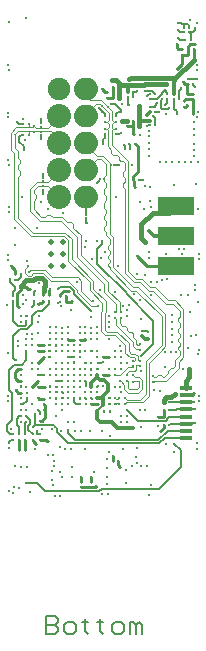
<source format=gbl>
%FSLAX25Y25*%
%MOIN*%
G70*
G01*
G75*
G04 Layer_Physical_Order=6*
G04 Layer_Color=16711680*
%ADD10R,0.05906X0.05118*%
G04:AMPARAMS|DCode=11|XSize=25.59mil|YSize=23.62mil|CornerRadius=5.91mil|HoleSize=0mil|Usage=FLASHONLY|Rotation=180.000|XOffset=0mil|YOffset=0mil|HoleType=Round|Shape=RoundedRectangle|*
%AMROUNDEDRECTD11*
21,1,0.02559,0.01181,0,0,180.0*
21,1,0.01378,0.02362,0,0,180.0*
1,1,0.01181,-0.00689,0.00591*
1,1,0.01181,0.00689,0.00591*
1,1,0.01181,0.00689,-0.00591*
1,1,0.01181,-0.00689,-0.00591*
%
%ADD11ROUNDEDRECTD11*%
G04:AMPARAMS|DCode=12|XSize=25.59mil|YSize=23.62mil|CornerRadius=5.91mil|HoleSize=0mil|Usage=FLASHONLY|Rotation=270.000|XOffset=0mil|YOffset=0mil|HoleType=Round|Shape=RoundedRectangle|*
%AMROUNDEDRECTD12*
21,1,0.02559,0.01181,0,0,270.0*
21,1,0.01378,0.02362,0,0,270.0*
1,1,0.01181,-0.00591,-0.00689*
1,1,0.01181,-0.00591,0.00689*
1,1,0.01181,0.00591,0.00689*
1,1,0.01181,0.00591,-0.00689*
%
%ADD12ROUNDEDRECTD12*%
%ADD13R,0.00866X0.01024*%
%ADD14R,0.01024X0.00866*%
%ADD15R,0.05118X0.05906*%
G04:AMPARAMS|DCode=16|XSize=15.75mil|YSize=17.72mil|CornerRadius=3.94mil|HoleSize=0mil|Usage=FLASHONLY|Rotation=180.000|XOffset=0mil|YOffset=0mil|HoleType=Round|Shape=RoundedRectangle|*
%AMROUNDEDRECTD16*
21,1,0.01575,0.00984,0,0,180.0*
21,1,0.00787,0.01772,0,0,180.0*
1,1,0.00787,-0.00394,0.00492*
1,1,0.00787,0.00394,0.00492*
1,1,0.00787,0.00394,-0.00492*
1,1,0.00787,-0.00394,-0.00492*
%
%ADD16ROUNDEDRECTD16*%
%ADD17C,0.00984*%
%ADD18R,0.02756X0.01575*%
%ADD19R,0.02362X0.01969*%
%ADD20R,0.01654X0.01811*%
%ADD21R,0.03937X0.04331*%
%ADD22R,0.01575X0.02756*%
G04:AMPARAMS|DCode=23|XSize=15.75mil|YSize=17.72mil|CornerRadius=3.94mil|HoleSize=0mil|Usage=FLASHONLY|Rotation=270.000|XOffset=0mil|YOffset=0mil|HoleType=Round|Shape=RoundedRectangle|*
%AMROUNDEDRECTD23*
21,1,0.01575,0.00984,0,0,270.0*
21,1,0.00787,0.01772,0,0,270.0*
1,1,0.00787,-0.00492,-0.00394*
1,1,0.00787,-0.00492,0.00394*
1,1,0.00787,0.00492,0.00394*
1,1,0.00787,0.00492,-0.00394*
%
%ADD23ROUNDEDRECTD23*%
%ADD24R,0.01811X0.01654*%
%ADD25O,0.03347X0.01102*%
%ADD26O,0.01102X0.03347*%
%ADD27R,0.01181X0.01181*%
%ADD28R,0.06496X0.17323*%
%ADD29R,0.02559X0.00984*%
%ADD30R,0.01772X0.01772*%
%ADD31C,0.01082*%
%ADD32R,0.02658X0.00984*%
%ADD33R,0.02402X0.05591*%
%ADD34R,0.09843X0.06299*%
%ADD35R,0.00984X0.01969*%
G04:AMPARAMS|DCode=36|XSize=70.87mil|YSize=51.18mil|CornerRadius=12.8mil|HoleSize=0mil|Usage=FLASHONLY|Rotation=0.000|XOffset=0mil|YOffset=0mil|HoleType=Round|Shape=RoundedRectangle|*
%AMROUNDEDRECTD36*
21,1,0.07087,0.02559,0,0,0.0*
21,1,0.04528,0.05118,0,0,0.0*
1,1,0.02559,0.02264,-0.01280*
1,1,0.02559,-0.02264,-0.01280*
1,1,0.02559,-0.02264,0.01280*
1,1,0.02559,0.02264,0.01280*
%
%ADD36ROUNDEDRECTD36*%
%ADD37C,0.01181*%
%ADD38R,0.01181X0.03937*%
%ADD39R,0.09449X0.01181*%
%ADD40R,0.05512X0.06693*%
%ADD41R,0.01000X0.11811*%
%ADD42R,0.03937X0.01000*%
%ADD43R,0.11811X0.01000*%
%ADD44R,0.01969X0.03937*%
%ADD45R,0.03937X0.01969*%
%ADD46R,0.02362X0.02756*%
%ADD47R,0.01969X0.04724*%
%ADD48C,0.00800*%
%ADD49C,0.00500*%
%ADD50C,0.01000*%
%ADD51C,0.00400*%
%ADD52C,0.01200*%
%ADD53C,0.01500*%
%ADD54C,0.00900*%
%ADD55C,0.00600*%
%ADD56C,0.02000*%
%ADD57C,0.00700*%
%ADD58O,0.08000X0.07500*%
%ADD59C,0.07480*%
%ADD60C,0.08000*%
%ADD61C,0.01200*%
%ADD62C,0.01969*%
%ADD63C,0.08200*%
%ADD64C,0.02200*%
%ADD65C,0.02600*%
%ADD66C,0.01024*%
%ADD67C,0.00807*%
%ADD68R,0.12000X0.06000*%
%ADD69R,0.03937X0.01575*%
%ADD70R,0.00886X0.00709*%
G04:AMPARAMS|DCode=71|XSize=8.86mil|YSize=7.09mil|CornerRadius=0mil|HoleSize=0mil|Usage=FLASHONLY|Rotation=135.000|XOffset=0mil|YOffset=0mil|HoleType=Round|Shape=Rectangle|*
%AMROTATEDRECTD71*
4,1,4,0.00564,-0.00063,0.00063,-0.00564,-0.00564,0.00063,-0.00063,0.00564,0.00564,-0.00063,0.0*
%
%ADD71ROTATEDRECTD71*%

%ADD72R,0.00709X0.00886*%
D13*
X2854Y65827D02*
D03*
Y67638D02*
D03*
X15000Y65895D02*
D03*
Y67706D02*
D03*
X9900D02*
D03*
Y65895D02*
D03*
X37100Y127406D02*
D03*
Y125594D02*
D03*
X33500D02*
D03*
Y127406D02*
D03*
X5400Y39206D02*
D03*
Y37394D02*
D03*
X5000Y21406D02*
D03*
Y19594D02*
D03*
X7000D02*
D03*
Y21406D02*
D03*
X12000D02*
D03*
Y19594D02*
D03*
X7600Y35306D02*
D03*
Y33494D02*
D03*
X5400D02*
D03*
Y35306D02*
D03*
X3000Y21406D02*
D03*
Y19594D02*
D03*
X9500Y21406D02*
D03*
Y19594D02*
D03*
X37100Y121395D02*
D03*
Y123205D02*
D03*
X33500Y123205D02*
D03*
Y121395D02*
D03*
X13000Y65895D02*
D03*
Y67706D02*
D03*
X25197Y47165D02*
D03*
Y48976D02*
D03*
X21100Y49005D02*
D03*
Y47194D02*
D03*
X17217Y49147D02*
D03*
Y50958D02*
D03*
X25117Y51147D02*
D03*
Y52957D02*
D03*
X23117D02*
D03*
Y51147D02*
D03*
X21167D02*
D03*
Y52957D02*
D03*
X23117Y47157D02*
D03*
Y45347D02*
D03*
X31117Y45057D02*
D03*
Y43246D02*
D03*
X42900Y45805D02*
D03*
Y43995D02*
D03*
X45200D02*
D03*
Y45805D02*
D03*
X17368Y39271D02*
D03*
Y41082D02*
D03*
X28800Y3695D02*
D03*
Y5505D02*
D03*
X25700D02*
D03*
Y3695D02*
D03*
X17400Y37205D02*
D03*
Y35394D02*
D03*
X23117Y41058D02*
D03*
Y39246D02*
D03*
X29232Y33274D02*
D03*
Y31463D02*
D03*
X27255Y31437D02*
D03*
Y33248D02*
D03*
X13100Y31394D02*
D03*
Y33206D02*
D03*
X23300Y35405D02*
D03*
Y33595D02*
D03*
X28969Y41071D02*
D03*
Y42882D02*
D03*
X25300Y33305D02*
D03*
Y31495D02*
D03*
X19400Y33395D02*
D03*
Y35206D02*
D03*
X21358Y33374D02*
D03*
Y31563D02*
D03*
X17200Y31394D02*
D03*
Y33206D02*
D03*
X35200Y31594D02*
D03*
Y33406D02*
D03*
X31200Y33305D02*
D03*
Y31495D02*
D03*
X38800Y60194D02*
D03*
Y62006D02*
D03*
X36900D02*
D03*
Y60194D02*
D03*
X47800Y55405D02*
D03*
Y53594D02*
D03*
D14*
X60295Y152900D02*
D03*
X62106D02*
D03*
X8200Y124900D02*
D03*
X6389D02*
D03*
X6289Y121100D02*
D03*
X8100D02*
D03*
X18695Y65600D02*
D03*
X20505D02*
D03*
X5406Y74700D02*
D03*
X3594D02*
D03*
X53095Y32000D02*
D03*
X54905D02*
D03*
X53095Y24500D02*
D03*
X54905D02*
D03*
Y27000D02*
D03*
X53095D02*
D03*
Y29500D02*
D03*
X54905D02*
D03*
X5685Y60835D02*
D03*
X7496D02*
D03*
X42006Y116500D02*
D03*
X40194D02*
D03*
X44805Y106100D02*
D03*
X42994D02*
D03*
X36094Y12500D02*
D03*
X37905D02*
D03*
X9181Y37303D02*
D03*
X7370D02*
D03*
X10194Y25900D02*
D03*
X12005D02*
D03*
X18695Y67600D02*
D03*
X20505D02*
D03*
X13194Y51100D02*
D03*
X15006D02*
D03*
X13212Y47052D02*
D03*
X15023D02*
D03*
X36805Y43200D02*
D03*
X34995D02*
D03*
X29212Y49252D02*
D03*
X31023D02*
D03*
X13212Y49052D02*
D03*
X15023D02*
D03*
X31012Y47152D02*
D03*
X32823D02*
D03*
X26923Y43152D02*
D03*
X25112D02*
D03*
X21174Y43176D02*
D03*
X19363D02*
D03*
X29016Y45079D02*
D03*
X27205D02*
D03*
X15312Y43252D02*
D03*
X17123D02*
D03*
X40205Y33500D02*
D03*
X38394D02*
D03*
Y31500D02*
D03*
X40205D02*
D03*
X12005Y28000D02*
D03*
X10194D02*
D03*
X15223Y37252D02*
D03*
X13412D02*
D03*
X30830Y35335D02*
D03*
X29019D02*
D03*
X32923Y37352D02*
D03*
X31112D02*
D03*
X35116Y28930D02*
D03*
X33305D02*
D03*
X27112Y37352D02*
D03*
X28923D02*
D03*
X31012Y41152D02*
D03*
X32823D02*
D03*
X15205Y41200D02*
D03*
X13395D02*
D03*
X3594Y70500D02*
D03*
X5406D02*
D03*
D48*
X40742Y68058D02*
X49487Y59313D01*
X1900Y72194D02*
Y73100D01*
Y72194D02*
X3594Y70500D01*
X3500Y70406D02*
X3594Y70500D01*
X3500Y69500D02*
Y70406D01*
X2854Y68854D02*
X3500Y69500D01*
X2854Y67638D02*
Y68854D01*
X9900Y68700D02*
X10300Y69100D01*
X9900Y68300D02*
Y68700D01*
Y67706D02*
Y68300D01*
X31000Y29000D02*
X33000Y31000D01*
X50187Y124413D02*
Y125987D01*
X49600Y127400D02*
X49602Y127402D01*
X50187Y125987D02*
Y126813D01*
X50800Y131700D02*
X50900D01*
X50187Y130487D02*
Y130987D01*
X48613Y130487D02*
X50187D01*
X41700Y118000D02*
X42006Y117694D01*
Y116500D02*
Y117694D01*
X39800Y117900D02*
X40000D01*
X40194Y117706D01*
Y116500D02*
Y117706D01*
X33000Y119800D02*
X33500Y120300D01*
X33000Y118200D02*
Y119800D01*
X42787Y133813D02*
Y135387D01*
X43787D02*
X44200Y135800D01*
X42787Y135387D02*
X43787D01*
X58287Y135887D02*
X58800Y136400D01*
Y136900D01*
X52444Y134787D02*
X52713D01*
X50869Y133213D02*
X52444Y134787D01*
X50287Y133213D02*
X50869D01*
X52713Y135313D02*
X53500Y136100D01*
X52713Y134787D02*
Y135313D01*
X53500Y136100D02*
X54287Y135313D01*
Y134787D02*
Y135313D01*
X58600Y152900D02*
X60295D01*
X58000Y153500D02*
X58600Y152900D01*
X58000Y156000D02*
X58587Y155413D01*
X60013D01*
X58000Y158500D02*
X59000D01*
X59200Y158300D01*
X60200D01*
X33500Y120300D02*
Y121395D01*
X48713Y133213D02*
X50287D01*
X4295Y125600D02*
X4995Y124900D01*
X6389D01*
X6494Y116300D02*
Y117400D01*
X5694Y121100D02*
X6289D01*
X4995Y118900D02*
X6494Y117400D01*
X4995Y118900D02*
Y120400D01*
X5694Y121100D01*
X11347Y41200D02*
X13395D01*
X11307Y41240D02*
X11347Y41200D01*
X21100Y47194D02*
X21150Y47144D01*
X23117D01*
X17368Y39271D02*
X19186D01*
X19187Y39272D01*
X27112Y37352D02*
Y39231D01*
X27063Y39279D02*
X27112Y39231D01*
X23300Y32000D02*
Y33595D01*
X23806Y31495D02*
X25300D01*
X23300Y32000D02*
X23806Y31495D01*
X61587Y156987D02*
Y157713D01*
X60013Y156987D02*
Y158113D01*
X60200Y158300D01*
X61000D02*
X61587Y157713D01*
X60200Y158300D02*
X61000D01*
X61213Y139787D02*
X62787D01*
X64087D01*
X64100Y139800D01*
X58287Y133213D02*
Y134787D01*
Y135887D01*
X33500Y127406D02*
Y128100D01*
X32900Y128700D02*
X33500Y128100D01*
X32700Y128700D02*
X32900D01*
X32700D02*
X32800Y128800D01*
X32600Y84800D02*
Y85900D01*
X30800Y83000D02*
X32600Y84800D01*
X30800Y78300D02*
Y83000D01*
Y78300D02*
X40742Y68358D01*
X5406Y73808D02*
Y74700D01*
X4400Y72802D02*
X5406Y73808D01*
X49600Y127400D02*
X50187Y126813D01*
Y130987D02*
X50900Y131700D01*
X3642Y72802D02*
X4400D01*
X37100Y127406D02*
Y128100D01*
X37900Y128900D01*
X31117Y45057D02*
X32258D01*
X32800Y45600D01*
X45700Y47600D02*
X49487Y51387D01*
Y59313D01*
X37900Y128900D02*
X38800D01*
X13780Y-39277D02*
Y-45276D01*
X16779D01*
X17778Y-44276D01*
Y-43276D01*
X16779Y-42277D01*
X13780D01*
X16779D01*
X17778Y-41277D01*
Y-40277D01*
X16779Y-39277D01*
X13780D01*
X20777Y-45276D02*
X22777D01*
X23776Y-44276D01*
Y-42277D01*
X22777Y-41277D01*
X20777D01*
X19778Y-42277D01*
Y-44276D01*
X20777Y-45276D01*
X26775Y-40277D02*
Y-41277D01*
X25776D01*
X27775D01*
X26775D01*
Y-44276D01*
X27775Y-45276D01*
X31774Y-40277D02*
Y-41277D01*
X30774D01*
X32773D01*
X31774D01*
Y-44276D01*
X32773Y-45276D01*
X36772D02*
X38771D01*
X39771Y-44276D01*
Y-42277D01*
X38771Y-41277D01*
X36772D01*
X35772Y-42277D01*
Y-44276D01*
X36772Y-45276D01*
X41770D02*
Y-41277D01*
X42770D01*
X43770Y-42277D01*
Y-45276D01*
Y-42277D01*
X44769Y-41277D01*
X45769Y-42277D01*
Y-45276D01*
D49*
X62913Y155413D02*
X63600Y156100D01*
Y156800D01*
X53500Y131100D02*
X54287Y131887D01*
X54504Y129700D02*
X54921Y130116D01*
X54287Y131887D02*
Y133213D01*
X56713Y129987D02*
Y133213D01*
X24591Y19400D02*
X31000D01*
X23500D02*
X24591D01*
X21100Y21800D02*
Y22800D01*
Y21800D02*
X23500Y19400D01*
X17009Y23900D02*
X17400Y23509D01*
Y22191D02*
Y23509D01*
Y22191D02*
X21191Y18400D01*
X2854Y59046D02*
Y65827D01*
Y59046D02*
X4450Y57450D01*
X2900Y48900D02*
Y54100D01*
X3000Y54200D02*
X5200Y56400D01*
X2900Y54100D02*
X3000Y54200D01*
X1500Y42900D02*
X3159Y44559D01*
X5859D01*
X7370Y46070D01*
X1500Y36100D02*
Y42900D01*
Y36100D02*
X2600Y35000D01*
X840Y24541D02*
X2600Y26300D01*
X840Y22458D02*
X1893Y21406D01*
X840Y22458D02*
Y24541D01*
X1893Y21406D02*
X3000D01*
X1893D02*
X2300D01*
X2600Y26300D02*
Y35000D01*
X31000Y19400D02*
X51286D01*
X31000D02*
X34400D01*
X9850Y65845D02*
X9900Y65895D01*
X1600Y18500D02*
Y18712D01*
X45800Y55900D02*
X47778D01*
X17900Y69800D02*
X18650Y70550D01*
X21959D01*
X23250Y69259D01*
Y69050D02*
Y69259D01*
Y68241D02*
X28895Y62595D01*
X12600Y62500D02*
X15000Y64900D01*
X7300Y57900D02*
Y59000D01*
X6850Y57450D02*
X7300Y57900D01*
X4450Y57450D02*
X6850D01*
X5200Y56400D02*
X7500D01*
X9300Y58200D01*
Y60900D01*
X10900Y62500D01*
X2900Y46900D02*
X3700Y46100D01*
X2900Y46900D02*
Y48900D01*
X3700Y46100D02*
X3900D01*
X2900Y47900D02*
Y48900D01*
X15000Y64900D02*
Y65895D01*
X62613Y25000D02*
X63400D01*
X62557Y24943D02*
X62613Y25000D01*
X60400Y29681D02*
X63481D01*
X63500Y29700D01*
X39150Y3050D02*
X51450D01*
X10900Y5100D02*
X13656Y2345D01*
X7300Y5100D02*
X10900D01*
X60400Y32043D02*
X63143D01*
X63200Y32100D01*
X7600Y32600D02*
Y33494D01*
X6398Y31398D02*
X7600Y32600D01*
X5402Y31398D02*
X6398D01*
X54905Y24500D02*
X55362Y24957D01*
X53850Y25750D02*
X54356Y26256D01*
X44530Y25750D02*
X53850D01*
X54356Y26451D02*
X54905Y27000D01*
X54356Y26256D02*
Y26451D01*
X56581Y27000D02*
X56900Y27319D01*
X54905Y27000D02*
X56581D01*
X16559Y24350D02*
X17009Y23900D01*
X10239Y24450D02*
X12500D01*
X13750D01*
X12500D02*
X16459D01*
X17009Y23900D01*
X54949Y32043D02*
X59374D01*
X55362Y24957D02*
X62557D01*
Y24943D02*
Y24957D01*
X53532Y20232D02*
X59374D01*
X46200Y106100D02*
X46200Y106100D01*
X44805Y106100D02*
X46200D01*
X52600Y129700D02*
X54504D01*
X52150Y130150D02*
X52600Y129700D01*
X56713Y129987D02*
X57500Y129200D01*
X50187Y128913D02*
X51287D01*
X41213Y131287D02*
X41500Y131000D01*
X41213Y131287D02*
Y133813D01*
X48087Y134787D02*
X48713D01*
X62787Y137913D02*
Y138213D01*
X52150Y130150D02*
Y132650D01*
X52713Y133213D01*
X61587Y155413D02*
X62913D01*
X2395Y19594D02*
X3000D01*
X9450Y21455D02*
X9500Y21406D01*
X7370Y27461D02*
X8720Y26111D01*
X10194Y25900D02*
Y28000D01*
X8545Y24740D02*
X8720Y24916D01*
Y26111D01*
X61587Y155413D02*
X62106Y154894D01*
Y152900D02*
Y154894D01*
X50287Y134787D02*
Y134844D01*
X49190Y135941D02*
X50287Y134844D01*
X4961Y27461D02*
X5402D01*
X47778Y55900D02*
X47800Y55878D01*
X40843Y29437D02*
X44530Y25750D01*
X62787Y137913D02*
X63700Y137000D01*
X47400Y134100D02*
X48087Y134787D01*
X51287Y128913D02*
X51500Y128700D01*
X57500Y128000D02*
Y129200D01*
X37100Y121395D02*
X38295D01*
X38600Y121700D02*
X38900D01*
X38295Y121395D02*
X38600Y121700D01*
X51450Y3050D02*
X58900Y10500D01*
Y16000D01*
X56700Y18200D02*
X58900Y16000D01*
X55994Y22594D02*
X57500D01*
X54480D02*
X57500D01*
X21191Y18400D02*
X51700D01*
X53532Y20232D01*
X51286Y19400D02*
X54480Y22594D01*
X8000Y24196D02*
X8720Y24916D01*
X7370Y46070D02*
Y49114D01*
X3000Y21406D02*
Y21411D01*
X5000Y21406D02*
Y23700D01*
X8000Y22906D02*
Y24196D01*
Y22906D02*
X9500Y21406D01*
X11095D02*
X12000D01*
X10900Y21600D02*
X11095Y21406D01*
X10900Y21600D02*
Y22600D01*
X9500Y23700D02*
X10194Y24395D01*
Y25900D01*
X4100Y26600D02*
X4961Y27461D01*
X7000Y21406D02*
Y25122D01*
X7370Y25492D01*
X4100Y24600D02*
X5000Y23700D01*
X4100Y24600D02*
Y26600D01*
X47141Y135941D02*
X48400D01*
X49190D01*
X47000Y135800D02*
X47141Y135941D01*
X49190D01*
X49766Y135366D01*
X47913Y124413D02*
X48613D01*
X47500Y124000D02*
X47913Y124413D01*
X9850Y64750D02*
Y65100D01*
Y65845D01*
Y64550D02*
Y65100D01*
X9200Y63900D02*
X9850Y64550D01*
X1600Y18800D02*
X2395Y19594D01*
X1600Y18500D02*
Y18800D01*
X54905Y29500D02*
X57119D01*
X57300Y29681D01*
X60400D01*
X57600Y32043D02*
X60400D01*
X56900Y27319D02*
X57900D01*
X59374D01*
X57900D02*
X60400D01*
X58000Y20232D02*
X60400D01*
X57500Y22594D02*
X57800D01*
X59374D01*
X57800D02*
X60400D01*
X10900Y62500D02*
X11700D01*
X12600D01*
X18096Y65600D02*
X18695D01*
X17800Y65304D02*
X18096Y65600D01*
X23250Y68241D02*
Y69259D01*
X32400Y3200D02*
X39000D01*
X13656Y2345D02*
X31545D01*
X32400Y3200D01*
X12100Y125039D02*
Y126400D01*
X12100Y119761D02*
Y121121D01*
X27386Y94614D02*
Y100370D01*
X35681Y131381D02*
X36819D01*
X38800Y129400D01*
Y128900D02*
Y129400D01*
X31719Y130019D02*
X32900Y128837D01*
Y128700D02*
Y128837D01*
X12800Y106879D02*
Y108239D01*
Y101561D02*
Y102921D01*
X27386Y91700D02*
Y93535D01*
X30838Y105138D02*
X31800Y106100D01*
X36839Y111000D02*
X38335D01*
D50*
X57600Y143300D02*
X59131Y144832D01*
Y147716D01*
X36300Y136400D02*
Y137000D01*
Y135484D02*
Y136400D01*
X44100Y80900D02*
X47600Y77400D01*
X5406Y70500D02*
X7200D01*
X4354Y68354D02*
X5406Y69406D01*
Y70500D01*
X7200D02*
X7900Y69800D01*
X8500D01*
X4354Y64354D02*
Y68354D01*
X4300Y64300D02*
X4354Y64354D01*
X18695Y68148D02*
X19746Y69200D01*
X21400D01*
X18695Y68148D02*
X19523Y68977D01*
X21400Y69033D02*
Y69200D01*
X21334Y69033D02*
X21400D01*
X22300Y65600D02*
X22500Y65800D01*
X20505Y65600D02*
X22300D01*
X18695Y67600D02*
Y68148D01*
X4300Y64300D02*
Y64900D01*
Y64300D02*
X4800Y63800D01*
X4509Y43209D02*
X5402D01*
X3600Y42300D02*
X4509Y43209D01*
X3600Y40200D02*
Y42300D01*
Y40200D02*
X4594Y39206D01*
X5400D01*
X25700Y3695D02*
X28800D01*
X60400Y34405D02*
X62680D01*
X63300Y35026D01*
X34841Y41152D02*
X34937Y41248D01*
X32823Y41152D02*
X34841D01*
X32823Y47152D02*
X34935D01*
X52000Y22500D02*
X52100Y22400D01*
X51200Y27000D02*
X53095D01*
X51100Y27100D02*
X51200Y27000D01*
X44100Y80900D02*
X44200D01*
X43700Y118200D02*
X44500Y117400D01*
Y108900D02*
Y117400D01*
X42994Y107395D02*
X44500Y108900D01*
X42994Y106100D02*
Y107395D01*
X43000Y121600D02*
X43200Y121400D01*
X43000Y121600D02*
Y124016D01*
X41032D02*
X43000D01*
Y125984D01*
X34332Y133516D02*
X36300D01*
X32600Y136400D02*
X33516Y135484D01*
X34332D01*
X59600Y138900D02*
X60287Y138213D01*
X61213D01*
X61016Y138016D02*
X61213Y138213D01*
X61016Y134968D02*
Y138016D01*
X63467Y151467D02*
X63500Y151500D01*
X62000Y151467D02*
X63467D01*
X61100Y150567D02*
X62000Y151467D01*
X61100Y149684D02*
Y150567D01*
X63068Y146056D02*
Y147716D01*
Y149684D01*
X61100Y147716D02*
Y149684D01*
X57500Y150200D02*
Y151500D01*
Y150200D02*
X58016Y149684D01*
X62984Y131032D02*
Y133000D01*
X61016D02*
X62984D01*
X11307Y49114D02*
X11369Y49052D01*
X13212D01*
X11315Y51091D02*
X11324Y51100D01*
X13194D01*
X37905Y11294D02*
X38700Y10500D01*
X37905Y11294D02*
Y12500D01*
X36094D02*
Y14095D01*
X9500Y19200D02*
X10500Y18200D01*
X12000Y19594D02*
X13905D01*
X11307Y37303D02*
X11358Y37252D01*
X11484Y33206D02*
X13100D01*
X11315Y33374D02*
X11484Y33206D01*
X11358Y37252D02*
X13412D01*
X9181Y37303D02*
X11150Y39272D01*
X11307D01*
X9500Y19200D02*
Y19594D01*
X25700Y5505D02*
Y7047D01*
X25689Y7058D02*
X25700Y7047D01*
X28800Y5505D02*
Y7000D01*
X28800Y7000D01*
X13905Y19594D02*
X14384Y19116D01*
X14600D01*
X13100Y31394D02*
X13600Y30895D01*
X20505Y65600D02*
Y67600D01*
X15000Y67706D02*
X15000Y67706D01*
X21259Y52957D02*
X23117D01*
X29032Y31463D02*
X29063Y31495D01*
X25117Y52957D02*
X26970D01*
X27059Y53047D01*
X58016Y149684D02*
X59131D01*
X61016Y134968D02*
X62984D01*
X60300Y133000D02*
X61016D01*
X59800Y132500D02*
X60300Y133000D01*
X62984Y128316D02*
Y131032D01*
Y128316D02*
X63000Y128300D01*
X62900Y128000D02*
X63000Y128100D01*
Y128300D01*
X62900Y128000D02*
Y128100D01*
X60484Y130500D02*
X61016Y131032D01*
X59800Y130500D02*
X60484D01*
X4594Y35306D02*
X5400D01*
X3900Y36000D02*
X4594Y35306D01*
X3900Y36000D02*
Y36200D01*
X12005Y25900D02*
X12500D01*
X13600Y27000D01*
X53095Y23595D02*
Y24500D01*
Y27000D02*
Y29500D01*
X47600Y77400D02*
X57181D01*
X42994Y106100D02*
X43294Y105801D01*
Y104106D02*
Y105801D01*
Y104106D02*
X43700Y103700D01*
X13182Y47052D02*
X13212D01*
X11307Y45177D02*
X13182Y47052D01*
X6900Y16200D02*
X7000Y16300D01*
X6800Y16200D02*
X6900D01*
X5000Y16300D02*
Y19594D01*
X7000Y16300D02*
Y19594D01*
X13600Y27000D02*
Y30895D01*
X52000Y22500D02*
X53095Y23595D01*
X2200Y77600D02*
X3594Y76205D01*
Y74700D02*
Y76205D01*
X12405Y65300D02*
X13000Y65895D01*
X11800Y65300D02*
X12405D01*
X21158Y53059D02*
X21259Y52957D01*
X29063Y31495D02*
X31200D01*
X11200Y64700D02*
X11800Y65300D01*
X13000Y67706D02*
Y69100D01*
X13200Y69300D02*
Y69663D01*
X15000Y67706D02*
Y69600D01*
X59131Y147716D02*
X60200D01*
X61100D01*
X62898Y128002D02*
X62900Y128000D01*
X28800Y3695D02*
X30694D01*
X30700Y3700D01*
Y4100D01*
X36300Y133516D02*
Y133700D01*
Y135484D01*
D51*
X40100Y75265D02*
Y103300D01*
Y75265D02*
X42287Y73077D01*
X41300Y75761D02*
X42785Y74277D01*
X59700Y47203D02*
Y63097D01*
X50100Y39300D02*
X53800D01*
X41300Y75761D02*
Y112400D01*
X33500Y123205D02*
X33500Y123205D01*
X39600Y103800D02*
X40100Y103300D01*
X39600Y103800D02*
Y105100D01*
X40100Y105600D01*
Y106900D01*
X39400Y107600D02*
X40100Y106900D01*
X39400Y107600D02*
Y108700D01*
X40100Y109400D01*
Y111903D01*
X36300Y114600D02*
X37403D01*
X35702Y115199D02*
X36300Y114600D01*
X35702Y115199D02*
Y116302D01*
X39573Y112430D02*
X40100Y111903D01*
X37403Y114600D02*
X38100Y113903D01*
X38670Y112430D02*
X39573D01*
X38100Y113000D02*
X38670Y112430D01*
X38100Y113000D02*
Y113903D01*
X34633Y117370D02*
X35702Y116302D01*
X57900Y53100D02*
X58500Y53700D01*
Y47700D02*
Y49238D01*
X58019Y49719D02*
X58500Y49238D01*
X58019Y49719D02*
Y50419D01*
X58500Y50900D01*
Y51800D01*
X57900Y52400D02*
X58500Y51800D01*
X57900Y52400D02*
Y53100D01*
X58500Y53700D02*
Y54900D01*
X57900Y59000D02*
Y60000D01*
X57800Y55600D02*
X58500Y54900D01*
X57800Y55600D02*
Y56400D01*
X58500Y57100D01*
Y58400D01*
X57900Y59000D02*
X58500Y58400D01*
X57900Y60000D02*
X58500Y60600D01*
Y62600D01*
X54500Y42500D02*
X55400Y43400D01*
X54500Y41697D02*
Y42500D01*
X53303Y40500D02*
X54500Y41697D01*
X52800Y40500D02*
X53303D01*
X52100Y41200D02*
X52800Y40500D01*
X51300Y41200D02*
X52100D01*
X55400Y43400D02*
X56203D01*
X56900Y44097D01*
Y46100D01*
X42296Y73077D02*
X43273Y72100D01*
X42287Y73077D02*
X42296D01*
X33500Y123205D02*
X34295D01*
X34633Y117370D02*
Y122867D01*
X34295Y123205D02*
X34800Y123711D01*
X34295Y123205D02*
X34633Y122867D01*
X33500Y125594D02*
X34161D01*
X34800Y124956D01*
X31800Y131600D02*
X34767Y128633D01*
X34161Y125594D02*
X34767Y126200D01*
Y128633D01*
X34800Y123711D02*
Y124956D01*
X56300Y64800D02*
X58500Y62600D01*
X49500Y40900D02*
X49900Y40500D01*
X50600D01*
X56900Y46100D02*
X58500Y47700D01*
X54003Y64800D02*
X56300D01*
X49603Y69200D02*
X54003Y64800D01*
X36900Y123205D02*
X36900Y123205D01*
X36505Y125594D02*
X37100D01*
X35967Y126133D02*
Y129130D01*
Y126133D02*
X36505Y125594D01*
X32297Y132800D02*
X35967Y129130D01*
X42793Y74277D02*
X43770Y73300D01*
X42785Y74277D02*
X42793D01*
X56797Y66000D02*
X59700Y63097D01*
X35767Y117933D02*
Y122872D01*
X35800Y123506D02*
Y124889D01*
X35767Y122872D02*
X36100Y123205D01*
X35767Y117933D02*
X41300Y112400D01*
X35800Y124889D02*
X36505Y125594D01*
X35800Y123506D02*
X36100Y123205D01*
X36900D01*
X49600Y38800D02*
X50100Y39300D01*
X58100Y43600D02*
Y45603D01*
X59700Y47203D01*
X53800Y39300D02*
X58100Y43600D01*
X54500Y66000D02*
X56797D01*
X50100Y70400D02*
X54500Y66000D01*
X40100Y75265D02*
X40881Y74484D01*
X41300Y75761D02*
X42081Y74981D01*
X47100Y34697D02*
Y45900D01*
X45356Y32953D02*
X47100Y34697D01*
X40753Y32953D02*
X45356D01*
X48100Y34000D02*
Y45200D01*
X46100Y32000D02*
X48100Y34000D01*
X40705Y32000D02*
X46100D01*
X40205Y31500D02*
X40705Y32000D01*
X40205Y33500D02*
X40753Y32953D01*
X44561Y70500D02*
X53600Y61462D01*
Y50703D02*
Y61462D01*
X52100Y49203D02*
X53600Y50703D01*
X52100Y49200D02*
Y49203D01*
X44065Y69300D02*
X52400Y60965D01*
Y51200D02*
Y60965D01*
X47100Y45900D02*
X52400Y51200D01*
X24200Y80603D02*
Y87303D01*
Y80603D02*
X33300Y71503D01*
X18883Y92620D02*
X24200Y87303D01*
X25400Y81100D02*
X34500Y72000D01*
X25400Y81100D02*
Y87800D01*
X19853Y87450D02*
X21300Y86003D01*
X20350Y88650D02*
X22500Y86500D01*
X8953Y87450D02*
X19853D01*
X9450Y88650D02*
X20350D01*
X21253Y72600D02*
X24200Y69653D01*
X15500Y72600D02*
X21253D01*
X13000Y75100D02*
X15500Y72600D01*
X13600Y76000D02*
X15900Y73700D01*
X44794Y45805D02*
X45200D01*
X43205D02*
X43400Y46000D01*
X42900Y45805D02*
X43205D01*
X18331Y127281D02*
Y127535D01*
X38400Y62406D02*
X38800Y62006D01*
X36906Y31405D02*
X37400Y31900D01*
X37995D01*
X37179Y33100D02*
X37995D01*
X38394Y33500D01*
X37995Y31900D02*
X38394Y31500D01*
X42805Y43900D02*
X42900Y43995D01*
X36906Y33374D02*
X37179Y33100D01*
X27386Y117914D02*
Y118480D01*
X7000Y76539D02*
X7900Y77439D01*
X7000Y75062D02*
Y76539D01*
Y75062D02*
X7762Y74300D01*
X8839D01*
X9639Y75100D01*
X13000D01*
X42300Y48200D02*
X43697D01*
X44400Y47497D01*
Y46200D02*
Y47497D01*
X37038Y54400D02*
X40200Y51239D01*
X37536Y55600D02*
X41400Y51736D01*
X43400Y46000D02*
Y46800D01*
X43200Y47000D02*
X43400Y46800D01*
X41803Y47000D02*
X43200D01*
X41400Y49100D02*
Y51736D01*
X4500Y109900D02*
Y111100D01*
Y107200D02*
X5200Y107900D01*
Y109200D01*
X4500Y109900D02*
X5200Y109200D01*
X4500Y111100D02*
X5200Y111800D01*
Y112900D01*
X4500Y113600D02*
X5200Y112900D01*
X4500Y113600D02*
Y115700D01*
X33500Y56197D02*
Y61703D01*
Y56197D02*
X34097Y55600D01*
X37536D01*
X32300Y55700D02*
Y62200D01*
X9995Y124200D02*
X10000D01*
X9544Y123750D02*
X9995Y124200D01*
X4544Y122550D02*
X9245D01*
X8100Y121100D02*
Y122500D01*
X44400Y46200D02*
X44794Y45805D01*
X40200Y48603D02*
X41803Y47000D01*
X41400Y49100D02*
X42300Y48200D01*
X3400Y116800D02*
X4500Y115700D01*
X2200Y116303D02*
X3300Y115203D01*
Y93103D02*
Y115203D01*
X4500Y93600D02*
X9450Y88650D01*
X3400Y116800D02*
Y121405D01*
X2200Y116303D02*
Y121891D01*
X33500Y61703D02*
X33800Y62003D01*
X32300Y62200D02*
X32600Y62500D01*
X3300Y93103D02*
X8953Y87450D01*
X14700Y123650D02*
X18331Y127281D01*
X2194Y121897D02*
X2200Y121891D01*
X2194Y121897D02*
X4047Y123750D01*
X8195D01*
X8200Y123756D01*
Y124900D01*
X8195Y123750D02*
X9544D01*
X32300Y55700D02*
X33600Y54400D01*
X9794Y122000D02*
X10244Y122450D01*
X3395Y121400D02*
X3400Y121405D01*
X4544Y122550D01*
X9245D02*
X9794Y122000D01*
X33600Y54400D02*
X37038D01*
X40200Y48603D02*
Y51239D01*
X23000Y90200D02*
X25400Y87800D01*
X23000Y90200D02*
Y91400D01*
X22200Y92200D02*
X23000Y91400D01*
X21000Y92200D02*
X22200D01*
X19380Y93819D02*
X21000Y92200D01*
X16100Y93819D02*
X19380D01*
X9800Y96400D02*
Y99300D01*
X14280Y94600D02*
X15319D01*
X16100Y93819D01*
X13500D02*
X14280Y94600D01*
X12381Y93819D02*
X13500D01*
X10500Y100000D02*
Y101000D01*
X9800Y99300D02*
X10500Y100000D01*
X9800Y101700D02*
X10500Y101000D01*
X9800Y101700D02*
Y102797D01*
X34500Y69297D02*
X38400Y65397D01*
Y62406D02*
Y65397D01*
X33300Y68800D02*
Y71503D01*
Y68800D02*
X37200Y64900D01*
X34500Y69297D02*
Y72000D01*
X11884Y92620D02*
X18883D01*
X8600Y95903D02*
X11884Y92620D01*
X9800Y96400D02*
X12381Y93819D01*
X8600Y95903D02*
Y103294D01*
X10803Y105497D02*
X14403D01*
X8600Y103294D02*
X10803Y105497D01*
X14403D02*
X18331Y109425D01*
X9800Y102797D02*
X11300Y104297D01*
X14403D02*
X18331Y100370D01*
X11300Y104297D02*
X14403D01*
X48100Y45200D02*
X52100Y49200D01*
X35100Y76500D02*
Y77000D01*
Y78800D02*
Y79500D01*
X34600Y77500D02*
X35100Y77000D01*
X34600Y77500D02*
Y78300D01*
X35100Y78800D01*
X34500Y80100D02*
X35100Y79500D01*
X34500Y80100D02*
Y80900D01*
X35100Y81500D01*
Y82600D01*
Y76500D02*
X42300Y69300D01*
X34400Y83300D02*
Y84200D01*
Y83300D02*
X35100Y82600D01*
X34400Y84200D02*
X35100Y84900D01*
Y86600D01*
X34000Y87700D02*
Y88700D01*
X33300Y93100D02*
Y94300D01*
Y89400D02*
X34000Y88700D01*
X33300Y89400D02*
Y90600D01*
X34000Y91300D01*
Y92400D01*
X33300Y93100D02*
X34000Y92400D01*
X33300Y94300D02*
X34000Y95000D01*
Y96000D01*
X33200Y96800D02*
Y98600D01*
X33300Y101600D02*
Y103200D01*
Y105800D02*
Y107000D01*
X33200Y96800D02*
X34000Y96000D01*
X33200Y98600D02*
X34000Y99400D01*
Y100900D01*
X33300Y101600D02*
X34000Y100900D01*
X33300Y103200D02*
X34000Y103900D01*
Y105100D01*
X33300Y105800D02*
X34000Y105100D01*
X33300Y107000D02*
X34000Y107700D01*
Y111400D01*
X36300Y76997D02*
X42797Y70500D01*
X36300Y76997D02*
Y87097D01*
X27386Y109425D02*
X31061Y113100D01*
X32300D02*
X34000Y111400D01*
X31061Y113100D02*
X32300D01*
X34000Y87700D02*
X35100Y86600D01*
X35200Y88197D02*
X36300Y87097D01*
X27386Y117914D02*
X31000Y114300D01*
X35200Y88197D02*
Y111897D01*
X32797Y114300D02*
X35200Y111897D01*
X31000Y114300D02*
X32797D01*
X42797Y70500D02*
X44561D01*
X42300Y69300D02*
X44065D01*
X44033Y43033D02*
Y44400D01*
X43500Y42500D02*
X44033Y43033D01*
X41534Y42500D02*
X43500D01*
X44601Y44594D02*
X45200Y43995D01*
X44227Y44594D02*
X44601D01*
X44033Y44400D02*
X44227Y44594D01*
X36900Y41200D02*
X38537D01*
X40800Y41766D02*
X41534Y42500D01*
X38537Y41200D02*
X41237Y43900D01*
X42805D01*
X40800Y41200D02*
Y41766D01*
X38450Y58350D02*
X39331Y57469D01*
X40231D01*
X40800Y56900D01*
Y56000D02*
Y56900D01*
Y56000D02*
X41400Y55400D01*
X42500D01*
X43000Y54900D01*
Y53800D02*
Y54900D01*
Y53800D02*
X44000Y52800D01*
X37250Y57850D02*
X42800Y52300D01*
X37250Y57850D02*
Y58750D01*
X42800Y50953D02*
Y52300D01*
X44000Y51450D02*
Y52800D01*
Y51450D02*
X44400Y51050D01*
X44750Y49850D02*
X45200Y49400D01*
X43903Y49850D02*
X44750D01*
X42800Y50953D02*
X43903Y49850D01*
X44400Y51050D02*
X44750D01*
X45200Y51500D01*
X43600Y40500D02*
X45000D01*
X43500D02*
X43600D01*
X44503Y39300D02*
X44800Y39003D01*
X38700Y39000D02*
X38838D01*
X40000Y37839D01*
Y36400D02*
Y37839D01*
X41200Y36897D02*
Y39000D01*
X41000Y39200D02*
X41200Y39000D01*
Y36897D02*
X41697Y36400D01*
X43300Y39300D02*
X44503D01*
X42800Y38800D02*
X43300Y39300D01*
X45000Y40500D02*
X46000Y39500D01*
X44800Y37097D02*
Y39003D01*
X46000Y36600D02*
Y39500D01*
X44103Y36400D02*
X44800Y37097D01*
X41697Y36400D02*
X44103D01*
X44600Y35200D02*
X46000Y36600D01*
X41200Y35200D02*
X44600D01*
X40000Y36400D02*
X41200Y35200D01*
X43000Y41000D02*
X43500Y40500D01*
X50600D02*
X51300Y41200D01*
X30700Y131600D02*
X31800D01*
X27386Y128286D02*
X30700Y131600D01*
X27386Y127535D02*
Y128286D01*
X28500Y132800D02*
X32297D01*
X27386Y133914D02*
Y136590D01*
Y133914D02*
X28500Y132800D01*
X10550Y123650D02*
X14700D01*
X10000Y124200D02*
X10550Y123650D01*
X10244Y122450D02*
X15550D01*
X18331Y119669D01*
Y118480D02*
Y119669D01*
X8700Y76000D02*
X13600D01*
X8300Y75600D02*
X8700Y76000D01*
X38450Y58350D02*
Y59000D01*
Y59645D01*
Y59000D02*
Y59844D01*
X38800Y60194D01*
X37250Y58750D02*
Y58900D01*
Y59645D01*
Y58900D02*
Y59844D01*
X36900Y60194D02*
X37250Y59844D01*
X37200Y62305D02*
Y63200D01*
Y64900D01*
Y62305D02*
Y63200D01*
X36900Y62006D02*
X37200Y62305D01*
X24200Y68900D02*
Y69653D01*
Y68900D02*
X28900Y64200D01*
X31300D01*
X4500Y93600D02*
Y107200D01*
X48200Y69200D02*
X49603D01*
X43770Y73300D02*
X45797D01*
X48697Y70400D02*
X50100D01*
X43273Y72100D02*
X45300D01*
X48200Y69200D01*
X45797Y73300D02*
X48697Y70400D01*
X28400Y69400D02*
X32600Y65200D01*
Y62500D02*
Y65200D01*
X29600Y69897D02*
X33800Y65697D01*
Y62003D02*
Y65697D01*
X25600Y69100D02*
X28849Y65851D01*
X29400D01*
X24439Y73700D02*
X25600Y72539D01*
X15900Y73700D02*
X24439D01*
X25600Y69100D02*
Y71800D01*
Y72539D01*
X21300Y79200D02*
Y86003D01*
Y79200D02*
X28400Y72100D01*
Y69400D02*
Y72100D01*
X22500Y79697D02*
Y86500D01*
Y79697D02*
X29600Y72597D01*
Y69897D02*
Y72597D01*
D52*
X46978Y53122D02*
X47800D01*
X45900Y54200D02*
X46978Y53122D01*
X33000Y31000D02*
Y33400D01*
X31000Y26400D02*
Y29000D01*
Y26400D02*
X32000Y25400D01*
X35900D02*
X37700Y23600D01*
X32000Y25400D02*
X35900D01*
X29019Y38519D02*
X31005Y40505D01*
X48100Y89100D02*
X49800Y87400D01*
X56400D01*
X47500Y127700D02*
Y127800D01*
X48613Y128913D01*
X44972Y125987D02*
X48613D01*
X41200Y137700D02*
X41213Y137687D01*
Y135387D02*
Y137687D01*
X30992Y33361D02*
X31031Y33400D01*
X56713Y134787D02*
Y139500D01*
X33000Y33400D02*
Y34100D01*
X34700Y35800D02*
Y38104D01*
X31211Y40263D02*
Y40300D01*
X31005Y40505D02*
X31211Y40300D01*
X31922Y39552D02*
X33252D01*
X31211Y40263D02*
X31922Y39552D01*
X33000Y34100D02*
X34700Y35800D01*
X33252Y39552D02*
X34700Y38104D01*
X37700Y23600D02*
X41200D01*
X42900D01*
X29019Y37303D02*
Y38519D01*
X31005Y40505D02*
Y41240D01*
X31031Y33400D02*
X33000D01*
D53*
X45700Y91400D02*
X49450Y95150D01*
X54931D02*
X57181Y97400D01*
X49450Y95150D02*
X54931D01*
X5406Y70500D02*
Y70906D01*
X13500Y70800D02*
Y72549D01*
X13200Y70500D02*
X13500Y70800D01*
X13200Y69300D02*
Y70500D01*
X5406Y70906D02*
X7179Y72679D01*
X12399Y73650D02*
X13500Y72549D01*
X45700Y86700D02*
Y91400D01*
Y86700D02*
X46900Y85500D01*
X44969Y130668D02*
X45000Y130700D01*
X44969Y125984D02*
Y130668D01*
Y125984D02*
X44972Y125987D01*
X44969Y124016D02*
Y125984D01*
X39100Y125800D02*
X39284Y125984D01*
X41032D01*
X46700Y137700D02*
X47000Y138000D01*
X41200Y137700D02*
X46700D01*
X39000D02*
X41200D01*
X38269Y138432D02*
X39000Y137700D01*
X47000Y138000D02*
X47100Y138100D01*
X53900D01*
X42100Y140300D02*
X56113D01*
X41500Y139700D02*
X42100Y140300D01*
X35800Y139600D02*
X37100D01*
X38269Y138432D01*
Y135484D02*
Y138432D01*
Y133516D02*
Y135484D01*
X56113Y140300D02*
X56713Y139700D01*
X56613Y139600D02*
X56713Y139500D01*
Y139700D02*
X63068Y146056D01*
X56713Y139500D02*
Y139700D01*
X53095Y32000D02*
Y32902D01*
X53876Y33683D01*
X55683D01*
X56800Y34800D01*
X7179Y72679D02*
X9556D01*
X10528Y73650D01*
X12399D01*
X12825Y73225D01*
X60400Y36768D02*
Y39300D01*
X61600Y40500D01*
Y43300D01*
D57*
X12005Y28000D02*
Y28731D01*
X11307Y29429D02*
X12005Y28731D01*
D58*
X27386Y100370D02*
D03*
Y109425D02*
D03*
Y118480D02*
D03*
Y127535D02*
D03*
Y136590D02*
D03*
D59*
X18331D02*
D03*
D60*
Y127535D02*
D03*
Y118480D02*
D03*
Y109425D02*
D03*
Y100370D02*
D03*
D61*
X62000Y159400D02*
D03*
X64100Y158500D02*
D03*
X57600Y143300D02*
D03*
X32700Y128700D02*
D03*
X54921Y130116D02*
D03*
X51500Y128700D02*
D03*
X53500Y131100D02*
D03*
X49500Y40900D02*
D03*
X49600Y38800D02*
D03*
X64600Y65600D02*
D03*
X1100Y48500D02*
D03*
X800Y64600D02*
D03*
X6202Y64802D02*
D03*
X1400Y142800D02*
D03*
X64700Y48000D02*
D03*
X11400Y60800D02*
D03*
X9200Y63900D02*
D03*
X7122Y66322D02*
D03*
X8500Y69800D02*
D03*
X6300Y67900D02*
D03*
X4800Y63800D02*
D03*
X5409Y60933D02*
D03*
Y58965D02*
D03*
X1600Y18500D02*
D03*
X4500Y52600D02*
D03*
X53400Y43800D02*
D03*
X45500Y42333D02*
D03*
X45900Y54200D02*
D03*
X38700Y50900D02*
D03*
X38900Y49100D02*
D03*
X45700Y47600D02*
D03*
X45800Y55900D02*
D03*
X36906Y49122D02*
D03*
X45400Y59800D02*
D03*
X53600Y48700D02*
D03*
X55400D02*
D03*
X17900Y69800D02*
D03*
X21400Y69200D02*
D03*
X11200Y64700D02*
D03*
X24300Y72000D02*
D03*
X28895Y62595D02*
D03*
X15200Y69800D02*
D03*
X7300Y60900D02*
D03*
X3900Y46100D02*
D03*
X10300Y69100D02*
D03*
X1100Y34200D02*
D03*
X1200Y32600D02*
D03*
X7378Y53059D02*
D03*
X7400Y54900D02*
D03*
X4500Y50700D02*
D03*
X11600Y71800D02*
D03*
X13200Y69300D02*
D03*
X5402Y31398D02*
D03*
Y43209D02*
D03*
X7370Y49114D02*
D03*
X11307Y45177D02*
D03*
Y43209D02*
D03*
X9339Y45177D02*
D03*
X11307Y41240D02*
D03*
X28900Y60600D02*
D03*
X22200Y62900D02*
D03*
X63400Y25000D02*
D03*
X63500Y29700D02*
D03*
X40400Y5100D02*
D03*
X40600Y9500D02*
D03*
X49000Y4400D02*
D03*
X8400Y2100D02*
D03*
X7300Y5100D02*
D03*
X63200Y32100D02*
D03*
X63300Y35026D02*
D03*
X45300Y66200D02*
D03*
X36906Y31405D02*
D03*
X34937Y43216D02*
D03*
Y41248D02*
D03*
X32800Y45600D02*
D03*
X36906Y43216D02*
D03*
X34937Y47153D02*
D03*
X36906D02*
D03*
X35131Y20968D02*
D03*
X33000Y37400D02*
D03*
X34937Y31405D02*
D03*
Y53059D02*
D03*
Y56996D02*
D03*
Y58965D02*
D03*
X38749Y43251D02*
D03*
X43300Y68000D02*
D03*
X36906Y37311D02*
D03*
X38700Y37300D02*
D03*
X38900Y45100D02*
D03*
X34937Y33374D02*
D03*
X36906D02*
D03*
X38900Y35400D02*
D03*
X38874Y25500D02*
D03*
X40843Y27468D02*
D03*
X39000Y3200D02*
D03*
X56700Y18200D02*
D03*
X49000Y67900D02*
D03*
X55800Y52100D02*
D03*
X55900Y54400D02*
D03*
X55800Y56600D02*
D03*
X55900Y58900D02*
D03*
Y61300D02*
D03*
X52500Y72700D02*
D03*
X46200Y106100D02*
D03*
X61200Y50200D02*
D03*
X10826Y90300D02*
D03*
X62200Y54100D02*
D03*
X59300Y81600D02*
D03*
X59900Y83300D02*
D03*
X58200Y83000D02*
D03*
X63800Y104700D02*
D03*
X48600Y103900D02*
D03*
X56600Y104500D02*
D03*
X60200Y112100D02*
D03*
X62300Y112000D02*
D03*
X58300Y112100D02*
D03*
X55800D02*
D03*
X53800D02*
D03*
X51800D02*
D03*
X63100Y114200D02*
D03*
X63200Y116200D02*
D03*
X63100Y118200D02*
D03*
X63200Y121200D02*
D03*
X63300Y123300D02*
D03*
X63200Y125400D02*
D03*
X48352Y122448D02*
D03*
X48300Y120800D02*
D03*
Y114300D02*
D03*
Y116400D02*
D03*
Y118400D02*
D03*
X53800Y128200D02*
D03*
X57200Y48700D02*
D03*
X48600Y99300D02*
D03*
X48800Y97200D02*
D03*
X46700Y96400D02*
D03*
X48100Y89100D02*
D03*
X30800Y85800D02*
D03*
X64000Y54500D02*
D03*
X61800Y62100D02*
D03*
X61360Y67964D02*
D03*
X59000Y67900D02*
D03*
X63500Y71300D02*
D03*
X63600Y69600D02*
D03*
X54200Y73300D02*
D03*
X53900Y81600D02*
D03*
X64700Y96400D02*
D03*
X19700Y95120D02*
D03*
X37200Y100600D02*
D03*
X46900Y104300D02*
D03*
X43700Y118200D02*
D03*
X27100Y85900D02*
D03*
X26900Y83800D02*
D03*
X49602Y127402D02*
D03*
X47500Y127700D02*
D03*
X45000Y130700D02*
D03*
X50800Y131700D02*
D03*
X45100Y121300D02*
D03*
X43200Y121400D02*
D03*
X39100Y125800D02*
D03*
X41700Y118000D02*
D03*
X39800Y117900D02*
D03*
X33000Y118200D02*
D03*
X39300Y131400D02*
D03*
X47000Y135800D02*
D03*
X44200D02*
D03*
X38800Y128900D02*
D03*
X57500Y128000D02*
D03*
X58800Y136900D02*
D03*
X53500Y136100D02*
D03*
X58000Y156000D02*
D03*
Y158500D02*
D03*
X3100Y3700D02*
D03*
X22539Y7061D02*
D03*
X38700Y10500D02*
D03*
X34300Y13300D02*
D03*
X34200Y4800D02*
D03*
X34300Y7300D02*
D03*
Y10000D02*
D03*
X35000Y15400D02*
D03*
X39700Y16600D02*
D03*
X36094Y14095D02*
D03*
X15800Y6100D02*
D03*
X22539Y10561D02*
D03*
X32469Y22368D02*
D03*
X28532Y22332D02*
D03*
X25400Y22500D02*
D03*
X4900Y3500D02*
D03*
X20100Y16500D02*
D03*
X25689Y7058D02*
D03*
X28800Y7000D02*
D03*
X30060Y8760D02*
D03*
X25300Y31495D02*
D03*
X29032Y31463D02*
D03*
X21150Y35335D02*
D03*
X27100Y31500D02*
D03*
X21200Y31495D02*
D03*
X23118Y25492D02*
D03*
X21154Y41244D02*
D03*
X29013Y41240D02*
D03*
X25091Y41244D02*
D03*
X19187Y39272D02*
D03*
X23110Y39263D02*
D03*
X21150Y37303D02*
D03*
X25069D02*
D03*
X21150Y39284D02*
D03*
X23114Y41244D02*
D03*
X19163Y41240D02*
D03*
X17210Y41243D02*
D03*
X15248Y41244D02*
D03*
X27059D02*
D03*
X25082Y39272D02*
D03*
X29019Y37303D02*
D03*
X31000D02*
D03*
X31000Y35335D02*
D03*
X29019D02*
D03*
X23110Y37295D02*
D03*
X23118Y35335D02*
D03*
X17213Y37297D02*
D03*
X27055Y33348D02*
D03*
X30992Y33361D02*
D03*
X31005Y41240D02*
D03*
X27063Y39279D02*
D03*
Y35342D02*
D03*
X29032Y33374D02*
D03*
X25095D02*
D03*
X38874Y27468D02*
D03*
X40800Y25500D02*
D03*
X19189Y33374D02*
D03*
X21158D02*
D03*
X19189Y35342D02*
D03*
X17221D02*
D03*
X19189Y37311D02*
D03*
X4295Y125600D02*
D03*
X6494Y116300D02*
D03*
X27063Y56996D02*
D03*
X25095Y55028D02*
D03*
Y47153D02*
D03*
X21158Y49122D02*
D03*
X23126D02*
D03*
X25095D02*
D03*
X21158Y53059D02*
D03*
X19189D02*
D03*
X17221D02*
D03*
X21150Y55020D02*
D03*
X17213Y49097D02*
D03*
X15244Y49129D02*
D03*
X15246Y47144D02*
D03*
X15245Y43209D02*
D03*
X31009Y49097D02*
D03*
X30991Y47144D02*
D03*
X29009Y45191D02*
D03*
X31007Y43194D02*
D03*
X29024Y43208D02*
D03*
X25095Y43209D02*
D03*
X23110Y45186D02*
D03*
X21124Y43209D02*
D03*
X27059Y43204D02*
D03*
X27055Y45190D02*
D03*
X23117Y47144D02*
D03*
X23118Y43203D02*
D03*
X19174Y43209D02*
D03*
X17213Y43197D02*
D03*
X21150Y45184D02*
D03*
X19193Y45177D02*
D03*
X17213Y45191D02*
D03*
X19181Y49122D02*
D03*
X27055Y49098D02*
D03*
X29024Y49130D02*
D03*
X9339Y43209D02*
D03*
X30992Y55027D02*
D03*
X29048Y55044D02*
D03*
X27059Y55024D02*
D03*
X25098Y51083D02*
D03*
X27059Y53047D02*
D03*
X30999Y53044D02*
D03*
X29017D02*
D03*
X19206Y55044D02*
D03*
X30959Y56994D02*
D03*
X29059Y56944D02*
D03*
X15256Y51094D02*
D03*
X19171Y51083D02*
D03*
X17210Y51086D02*
D03*
X23110Y51091D02*
D03*
X21150Y51084D02*
D03*
X5800Y100600D02*
D03*
X12300Y98900D02*
D03*
X14600Y96600D02*
D03*
X3400Y84600D02*
D03*
X3600Y90200D02*
D03*
X6395Y126500D02*
D03*
X6795Y119500D02*
D03*
X40843Y29437D02*
D03*
X23400Y22500D02*
D03*
X22289Y16611D02*
D03*
X26800Y16600D02*
D03*
X33300Y29100D02*
D03*
X35220Y29060D02*
D03*
X44000Y13700D02*
D03*
X44100Y11800D02*
D03*
X42600Y10700D02*
D03*
X47400D02*
D03*
X45600D02*
D03*
X14400Y14600D02*
D03*
X15900Y9200D02*
D03*
X3400Y10800D02*
D03*
X5500Y10600D02*
D03*
X16300Y4500D02*
D03*
X7500Y10600D02*
D03*
X44300Y16900D02*
D03*
X58000Y153500D02*
D03*
X57500Y151500D02*
D03*
X63500D02*
D03*
X64100Y139800D02*
D03*
X59800Y132500D02*
D03*
X59600Y138900D02*
D03*
X59800Y130500D02*
D03*
X47000Y138000D02*
D03*
X53900Y138100D02*
D03*
X35800Y139600D02*
D03*
X41500Y139700D02*
D03*
X32600Y136400D02*
D03*
X36300Y137000D02*
D03*
X19100Y31600D02*
D03*
X17221Y27468D02*
D03*
X5402Y37303D02*
D03*
X15289Y37348D02*
D03*
X11307Y37303D02*
D03*
Y39272D02*
D03*
X17221Y33374D02*
D03*
X19189Y29437D02*
D03*
X17100Y31400D02*
D03*
X13300Y29500D02*
D03*
X7400Y35320D02*
D03*
X7370Y37303D02*
D03*
X11307Y49114D02*
D03*
X5402Y41240D02*
D03*
X38874Y47153D02*
D03*
X43000Y23700D02*
D03*
X41200Y23600D02*
D03*
X46900Y29400D02*
D03*
X45100D02*
D03*
X45600Y23700D02*
D03*
X56800Y34800D02*
D03*
X59400Y43300D02*
D03*
X61600D02*
D03*
X49900Y36100D02*
D03*
X47400Y134100D02*
D03*
X63700Y137000D02*
D03*
X41500Y131000D02*
D03*
X38900Y121700D02*
D03*
X47500Y124000D02*
D03*
X9300Y54900D02*
D03*
X15252Y35342D02*
D03*
X15300Y33400D02*
D03*
X39700Y64300D02*
D03*
X41500Y64500D02*
D03*
X37000Y68700D02*
D03*
X34937Y60933D02*
D03*
X40843D02*
D03*
X40900Y62700D02*
D03*
X32600Y85900D02*
D03*
X29300Y79700D02*
D03*
X32368Y80200D02*
D03*
X33600Y82000D02*
D03*
X64900Y49600D02*
D03*
X18600Y800D02*
D03*
X16900D02*
D03*
X48300Y1000D02*
D03*
X64900Y32400D02*
D03*
Y34100D02*
D03*
X7200Y160300D02*
D03*
X64900Y79900D02*
D03*
X64800Y81600D02*
D03*
X1200Y81300D02*
D03*
X1600Y95400D02*
D03*
X1400Y97000D02*
D03*
X1300Y112800D02*
D03*
X1500Y111100D02*
D03*
X1300Y127000D02*
D03*
Y128600D02*
D03*
Y144400D02*
D03*
X1700Y158900D02*
D03*
X45300Y98700D02*
D03*
X48300Y80200D02*
D03*
X32000Y69500D02*
D03*
X56600Y15500D02*
D03*
X21158Y25500D02*
D03*
X21100Y22800D02*
D03*
X43700Y103700D02*
D03*
X48200Y82100D02*
D03*
X46900Y85500D02*
D03*
X5000Y16300D02*
D03*
X38000Y77500D02*
D03*
X44200Y80900D02*
D03*
X40800Y45200D02*
D03*
X18560Y8760D02*
D03*
X16400Y10900D02*
D03*
Y12600D02*
D03*
X19390Y7010D02*
D03*
X16300Y14600D02*
D03*
X52100Y22400D02*
D03*
X51800Y35900D02*
D03*
X54000Y18300D02*
D03*
X51100Y24200D02*
D03*
Y27100D02*
D03*
X18900Y22600D02*
D03*
X11315Y33374D02*
D03*
X9339Y31398D02*
D03*
X5402Y29429D02*
D03*
X7370Y27461D02*
D03*
X11307Y29429D02*
D03*
X3900Y36200D02*
D03*
X5409Y33374D02*
D03*
X9347Y51091D02*
D03*
X31300Y64200D02*
D03*
X11307Y55020D02*
D03*
X17188Y55044D02*
D03*
X6800Y16200D02*
D03*
X15252Y53059D02*
D03*
X15134Y55020D02*
D03*
X9319Y53074D02*
D03*
X11315Y51091D02*
D03*
X7370Y51083D02*
D03*
X22500Y65800D02*
D03*
X7370Y29429D02*
D03*
X18500Y17200D02*
D03*
X12600Y23100D02*
D03*
X10169Y16532D02*
D03*
X14600Y19116D02*
D03*
X10500Y18200D02*
D03*
X9500Y23700D02*
D03*
X16000Y23000D02*
D03*
X10900Y22600D02*
D03*
X7370Y25492D02*
D03*
X5402Y27461D02*
D03*
X5600Y25600D02*
D03*
X2190Y23017D02*
D03*
X1100Y79600D02*
D03*
X7500Y79200D02*
D03*
X7900Y77439D02*
D03*
X17800Y65304D02*
D03*
X17221Y56996D02*
D03*
X7300Y59000D02*
D03*
X15252Y56996D02*
D03*
X19204Y56988D02*
D03*
X25095Y56996D02*
D03*
X21110Y56994D02*
D03*
X2200Y77600D02*
D03*
X11307Y58947D02*
D03*
X8300Y75600D02*
D03*
X3642Y72802D02*
D03*
X1900Y73100D02*
D03*
X10000Y124200D02*
D03*
X9794Y122000D02*
D03*
X36900Y41200D02*
D03*
X40800D02*
D03*
X45200Y51500D02*
D03*
Y49400D02*
D03*
X38700Y39000D02*
D03*
X41000Y39200D02*
D03*
X42800Y38800D02*
D03*
X43000Y41000D02*
D03*
X18900Y64000D02*
D03*
X47000Y74600D02*
D03*
X44143Y74900D02*
D03*
X49000Y72000D02*
D03*
X50800Y72200D02*
D03*
X29400Y65851D02*
D03*
X42665Y111000D02*
D03*
X38335D02*
D03*
X63600Y156800D02*
D03*
X64300Y144500D02*
D03*
Y142835D02*
D03*
Y127000D02*
D03*
X62898Y128002D02*
D03*
X64600Y128800D02*
D03*
X64400Y112100D02*
D03*
X64100Y18600D02*
D03*
X64200Y16600D02*
D03*
X30700Y4100D02*
D03*
X32700Y1500D02*
D03*
X34600Y1600D02*
D03*
X1600Y2600D02*
D03*
X3000Y1700D02*
D03*
X1500Y16800D02*
D03*
X12100Y126400D02*
D03*
X12100Y119761D02*
D03*
X12800Y108239D02*
D03*
Y101561D02*
D03*
X30838Y105138D02*
D03*
X27400Y91700D02*
D03*
D62*
X15649Y85335D02*
D03*
Y81398D02*
D03*
Y77461D02*
D03*
X19586Y85335D02*
D03*
Y81398D02*
D03*
Y77461D02*
D03*
D66*
X59131Y147716D02*
D03*
X61100D02*
D03*
X63068D02*
D03*
X59131Y149684D02*
D03*
X61100D02*
D03*
X63068D02*
D03*
X38269Y135484D02*
D03*
X36300D02*
D03*
X34332D02*
D03*
X38269Y133516D02*
D03*
X36300D02*
D03*
X34332D02*
D03*
X61016Y134968D02*
D03*
Y133000D02*
D03*
Y131032D02*
D03*
X62984Y134968D02*
D03*
Y133000D02*
D03*
Y131032D02*
D03*
X41032Y124016D02*
D03*
X43000D02*
D03*
X44969D02*
D03*
X41032Y125984D02*
D03*
X43000D02*
D03*
X44969D02*
D03*
D67*
X61587Y156987D02*
D03*
X60013D02*
D03*
X61587Y155413D02*
D03*
X60013D02*
D03*
X52713Y133213D02*
D03*
X54287D02*
D03*
X52713Y134787D02*
D03*
X54287D02*
D03*
X61213Y138213D02*
D03*
X62787D02*
D03*
X61213Y139787D02*
D03*
X62787D02*
D03*
X50187Y124413D02*
D03*
Y125987D02*
D03*
X48613Y124413D02*
D03*
Y125987D02*
D03*
Y128913D02*
D03*
X50187D02*
D03*
X48613Y130487D02*
D03*
X50187D02*
D03*
X42787Y133813D02*
D03*
Y135387D02*
D03*
X41213Y133813D02*
D03*
Y135387D02*
D03*
X50287Y134787D02*
D03*
X48713D02*
D03*
X50287Y133213D02*
D03*
X48713D02*
D03*
X58287D02*
D03*
Y134787D02*
D03*
X56713Y133213D02*
D03*
Y134787D02*
D03*
D68*
X57181Y77400D02*
D03*
Y87400D02*
D03*
Y97400D02*
D03*
D69*
X60400Y20232D02*
D03*
Y22594D02*
D03*
Y24957D02*
D03*
Y27319D02*
D03*
Y36768D02*
D03*
Y34405D02*
D03*
Y29681D02*
D03*
Y32043D02*
D03*
D70*
X27386Y93445D02*
D03*
Y94705D02*
D03*
X12100Y122291D02*
D03*
Y121031D02*
D03*
X12100Y125130D02*
D03*
Y123870D02*
D03*
X12800Y104091D02*
D03*
Y102831D02*
D03*
Y106969D02*
D03*
Y105709D02*
D03*
D71*
X32609Y130909D02*
D03*
X31719Y130019D02*
D03*
X35500Y131400D02*
D03*
X34609Y130509D02*
D03*
D72*
X33091Y106400D02*
D03*
X31831D02*
D03*
X36730Y111000D02*
D03*
X35470D02*
D03*
M02*

</source>
